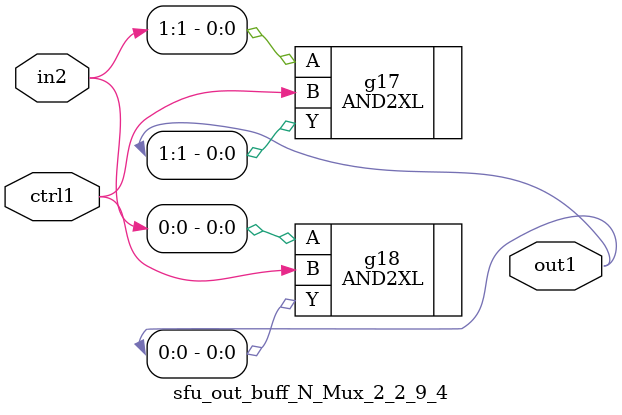
<source format=v>
`timescale 1ps / 1ps


module sfu_out_buff_N_Mux_2_2_9_4(in2, ctrl1, out1);
  input [1:0] in2;
  input ctrl1;
  output [1:0] out1;
  wire [1:0] in2;
  wire ctrl1;
  wire [1:0] out1;
  AND2XL g17(.A (in2[1]), .B (ctrl1), .Y (out1[1]));
  AND2XL g18(.A (in2[0]), .B (ctrl1), .Y (out1[0]));
endmodule



</source>
